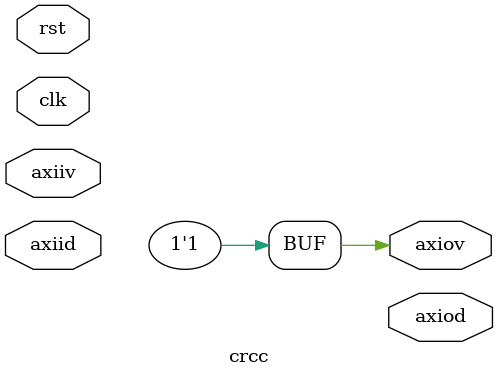
<source format=sv>
`default_nettype none
`timescale 1ns / 1ps

`define SHIFT_IN (taxiod[7] ^ axiid)
`define TAPS 2, 3, 4

/*---------------------------------------------------------------------------------------------
* DESCRIPTION: This module implements CRC8, with the following
* formula G(x) = x^8 + x^4 + x^3 + x^2 + 1  
* width=8 poly=0x1d init=0xff refin=true refout=true xorout=0x00 check=0x97 residue=0x00
* THE DATA MUST COME IN LSB-MSByte!!!!
* ---------------------------------------------------------------------------------------------
*/
module crcc(clk, rst, axiiv, axiid, axiov, axiod);

	input logic clk, rst;
	input logic axiiv, axiid;

	output logic axiov;
	output logic[7:0] axiod;
	logic [7:0] taxiod, saxiod;   // We replace the AXI output with a placeholder variable
						  // This is done so that the AXI output can be bit-reversed, as it should according to CRC-EBU

	assign axiov = 1;

	// always@(*) begin
	// 	/* for every register in the lfsr, implement
	// 	 * the schematic (giant case statement gets
	// 	 * much smaller with macros, tastefully applied)
	// 	 * we discuss above ...
	// 	 */
	// 	for (int i = 0; i < 8; i = i + 1) begin
	// 		case (i)
	// 		0: saxiod[i] = `SHIFT_IN;
	// 		`TAPS: saxiod[i] = taxiod[i - 1] ^ `SHIFT_IN;
	// 		default: saxiod[i] = taxiod[i - 1];
	// 		endcase
	// 	end

	// 	/*	AXI output corresponds to the current bit-reversed value of
	// 	 * 	the CRC. We loop to obtain this value.
	// 	*/
	// 	for (int k = 0; k < 8; k = k + 1) begin 
	// 		 axiod[k] = taxiod[7 - k];
	// 	end
	// end

	// always_ff @(posedge clk) begin
	// 	/* init 0xFF */
	// 	if (rst) taxiod <= 8'hFF;

	// 	/* our output validity hinges on whether
	// 	 * we are calculating anything or not
	// 	 * on this clock cycle. if there is no
	// 	 * valid input for us, don't do a shift
	//  	 * this cycle
	// 	 */
	// 	else begin
	// 		taxiod <= (axiiv) ? saxiod : taxiod;
	// 	end
	// end

endmodule

`default_nettype wire
</source>
